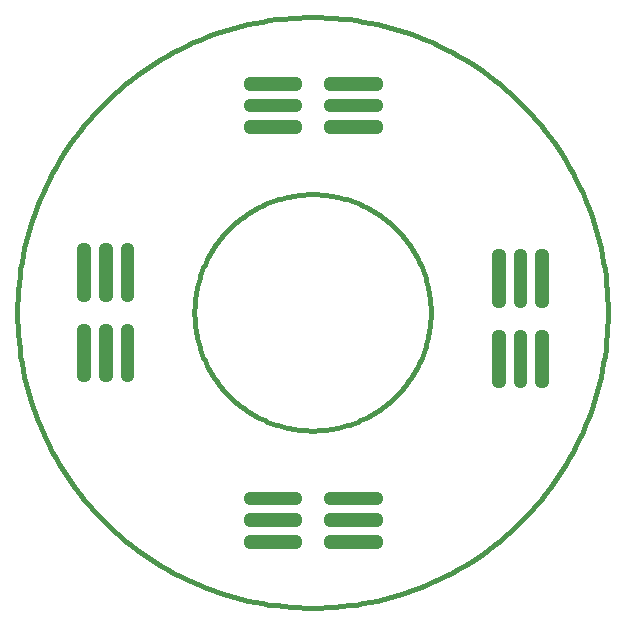
<source format=gtp>
G75*
%MOIN*%
%OFA0B0*%
%FSLAX25Y25*%
%IPPOS*%
%LPD*%
%AMOC8*
5,1,8,0,0,1.08239X$1,22.5*
%
%ADD10C,0.01600*%
%ADD11C,0.03780*%
D10*
X0060855Y0100225D02*
X0060867Y0101191D01*
X0060902Y0102157D01*
X0060962Y0103121D01*
X0061045Y0104084D01*
X0061151Y0105044D01*
X0061281Y0106002D01*
X0061435Y0106956D01*
X0061611Y0107906D01*
X0061812Y0108851D01*
X0062035Y0109791D01*
X0062281Y0110725D01*
X0062550Y0111654D01*
X0062842Y0112575D01*
X0063156Y0113488D01*
X0063493Y0114394D01*
X0063852Y0115291D01*
X0064233Y0116179D01*
X0064635Y0117058D01*
X0065059Y0117926D01*
X0065504Y0118784D01*
X0065970Y0119630D01*
X0066456Y0120465D01*
X0066963Y0121288D01*
X0067490Y0122098D01*
X0068037Y0122895D01*
X0068603Y0123678D01*
X0069188Y0124447D01*
X0069792Y0125201D01*
X0070414Y0125940D01*
X0071054Y0126664D01*
X0071711Y0127372D01*
X0072386Y0128064D01*
X0073078Y0128739D01*
X0073786Y0129396D01*
X0074510Y0130036D01*
X0075249Y0130658D01*
X0076003Y0131262D01*
X0076772Y0131847D01*
X0077555Y0132413D01*
X0078352Y0132960D01*
X0079162Y0133487D01*
X0079985Y0133994D01*
X0080820Y0134480D01*
X0081666Y0134946D01*
X0082524Y0135391D01*
X0083392Y0135815D01*
X0084271Y0136217D01*
X0085159Y0136598D01*
X0086056Y0136957D01*
X0086962Y0137294D01*
X0087875Y0137608D01*
X0088796Y0137900D01*
X0089725Y0138169D01*
X0090659Y0138415D01*
X0091599Y0138638D01*
X0092544Y0138839D01*
X0093494Y0139015D01*
X0094448Y0139169D01*
X0095406Y0139299D01*
X0096366Y0139405D01*
X0097329Y0139488D01*
X0098293Y0139548D01*
X0099259Y0139583D01*
X0100225Y0139595D01*
X0101191Y0139583D01*
X0102157Y0139548D01*
X0103121Y0139488D01*
X0104084Y0139405D01*
X0105044Y0139299D01*
X0106002Y0139169D01*
X0106956Y0139015D01*
X0107906Y0138839D01*
X0108851Y0138638D01*
X0109791Y0138415D01*
X0110725Y0138169D01*
X0111654Y0137900D01*
X0112575Y0137608D01*
X0113488Y0137294D01*
X0114394Y0136957D01*
X0115291Y0136598D01*
X0116179Y0136217D01*
X0117058Y0135815D01*
X0117926Y0135391D01*
X0118784Y0134946D01*
X0119630Y0134480D01*
X0120465Y0133994D01*
X0121288Y0133487D01*
X0122098Y0132960D01*
X0122895Y0132413D01*
X0123678Y0131847D01*
X0124447Y0131262D01*
X0125201Y0130658D01*
X0125940Y0130036D01*
X0126664Y0129396D01*
X0127372Y0128739D01*
X0128064Y0128064D01*
X0128739Y0127372D01*
X0129396Y0126664D01*
X0130036Y0125940D01*
X0130658Y0125201D01*
X0131262Y0124447D01*
X0131847Y0123678D01*
X0132413Y0122895D01*
X0132960Y0122098D01*
X0133487Y0121288D01*
X0133994Y0120465D01*
X0134480Y0119630D01*
X0134946Y0118784D01*
X0135391Y0117926D01*
X0135815Y0117058D01*
X0136217Y0116179D01*
X0136598Y0115291D01*
X0136957Y0114394D01*
X0137294Y0113488D01*
X0137608Y0112575D01*
X0137900Y0111654D01*
X0138169Y0110725D01*
X0138415Y0109791D01*
X0138638Y0108851D01*
X0138839Y0107906D01*
X0139015Y0106956D01*
X0139169Y0106002D01*
X0139299Y0105044D01*
X0139405Y0104084D01*
X0139488Y0103121D01*
X0139548Y0102157D01*
X0139583Y0101191D01*
X0139595Y0100225D01*
X0139583Y0099259D01*
X0139548Y0098293D01*
X0139488Y0097329D01*
X0139405Y0096366D01*
X0139299Y0095406D01*
X0139169Y0094448D01*
X0139015Y0093494D01*
X0138839Y0092544D01*
X0138638Y0091599D01*
X0138415Y0090659D01*
X0138169Y0089725D01*
X0137900Y0088796D01*
X0137608Y0087875D01*
X0137294Y0086962D01*
X0136957Y0086056D01*
X0136598Y0085159D01*
X0136217Y0084271D01*
X0135815Y0083392D01*
X0135391Y0082524D01*
X0134946Y0081666D01*
X0134480Y0080820D01*
X0133994Y0079985D01*
X0133487Y0079162D01*
X0132960Y0078352D01*
X0132413Y0077555D01*
X0131847Y0076772D01*
X0131262Y0076003D01*
X0130658Y0075249D01*
X0130036Y0074510D01*
X0129396Y0073786D01*
X0128739Y0073078D01*
X0128064Y0072386D01*
X0127372Y0071711D01*
X0126664Y0071054D01*
X0125940Y0070414D01*
X0125201Y0069792D01*
X0124447Y0069188D01*
X0123678Y0068603D01*
X0122895Y0068037D01*
X0122098Y0067490D01*
X0121288Y0066963D01*
X0120465Y0066456D01*
X0119630Y0065970D01*
X0118784Y0065504D01*
X0117926Y0065059D01*
X0117058Y0064635D01*
X0116179Y0064233D01*
X0115291Y0063852D01*
X0114394Y0063493D01*
X0113488Y0063156D01*
X0112575Y0062842D01*
X0111654Y0062550D01*
X0110725Y0062281D01*
X0109791Y0062035D01*
X0108851Y0061812D01*
X0107906Y0061611D01*
X0106956Y0061435D01*
X0106002Y0061281D01*
X0105044Y0061151D01*
X0104084Y0061045D01*
X0103121Y0060962D01*
X0102157Y0060902D01*
X0101191Y0060867D01*
X0100225Y0060855D01*
X0099259Y0060867D01*
X0098293Y0060902D01*
X0097329Y0060962D01*
X0096366Y0061045D01*
X0095406Y0061151D01*
X0094448Y0061281D01*
X0093494Y0061435D01*
X0092544Y0061611D01*
X0091599Y0061812D01*
X0090659Y0062035D01*
X0089725Y0062281D01*
X0088796Y0062550D01*
X0087875Y0062842D01*
X0086962Y0063156D01*
X0086056Y0063493D01*
X0085159Y0063852D01*
X0084271Y0064233D01*
X0083392Y0064635D01*
X0082524Y0065059D01*
X0081666Y0065504D01*
X0080820Y0065970D01*
X0079985Y0066456D01*
X0079162Y0066963D01*
X0078352Y0067490D01*
X0077555Y0068037D01*
X0076772Y0068603D01*
X0076003Y0069188D01*
X0075249Y0069792D01*
X0074510Y0070414D01*
X0073786Y0071054D01*
X0073078Y0071711D01*
X0072386Y0072386D01*
X0071711Y0073078D01*
X0071054Y0073786D01*
X0070414Y0074510D01*
X0069792Y0075249D01*
X0069188Y0076003D01*
X0068603Y0076772D01*
X0068037Y0077555D01*
X0067490Y0078352D01*
X0066963Y0079162D01*
X0066456Y0079985D01*
X0065970Y0080820D01*
X0065504Y0081666D01*
X0065059Y0082524D01*
X0064635Y0083392D01*
X0064233Y0084271D01*
X0063852Y0085159D01*
X0063493Y0086056D01*
X0063156Y0086962D01*
X0062842Y0087875D01*
X0062550Y0088796D01*
X0062281Y0089725D01*
X0062035Y0090659D01*
X0061812Y0091599D01*
X0061611Y0092544D01*
X0061435Y0093494D01*
X0061281Y0094448D01*
X0061151Y0095406D01*
X0061045Y0096366D01*
X0060962Y0097329D01*
X0060902Y0098293D01*
X0060867Y0099259D01*
X0060855Y0100225D01*
X0001800Y0100225D02*
X0001830Y0102640D01*
X0001919Y0105054D01*
X0002067Y0107466D01*
X0002274Y0109872D01*
X0002540Y0112273D01*
X0002865Y0114667D01*
X0003249Y0117052D01*
X0003691Y0119427D01*
X0004192Y0121790D01*
X0004750Y0124140D01*
X0005365Y0126476D01*
X0006038Y0128796D01*
X0006768Y0131099D01*
X0007554Y0133383D01*
X0008395Y0135648D01*
X0009292Y0137891D01*
X0010244Y0140111D01*
X0011250Y0142307D01*
X0012309Y0144478D01*
X0013422Y0146622D01*
X0014587Y0148739D01*
X0015803Y0150826D01*
X0017070Y0152882D01*
X0018388Y0154907D01*
X0019754Y0156899D01*
X0021169Y0158857D01*
X0022632Y0160779D01*
X0024141Y0162665D01*
X0025697Y0164514D01*
X0027297Y0166323D01*
X0028941Y0168093D01*
X0030628Y0169822D01*
X0032357Y0171509D01*
X0034127Y0173153D01*
X0035936Y0174753D01*
X0037785Y0176309D01*
X0039671Y0177818D01*
X0041593Y0179281D01*
X0043551Y0180696D01*
X0045543Y0182062D01*
X0047568Y0183380D01*
X0049624Y0184647D01*
X0051711Y0185863D01*
X0053828Y0187028D01*
X0055972Y0188141D01*
X0058143Y0189200D01*
X0060339Y0190206D01*
X0062559Y0191158D01*
X0064802Y0192055D01*
X0067067Y0192896D01*
X0069351Y0193682D01*
X0071654Y0194412D01*
X0073974Y0195085D01*
X0076310Y0195700D01*
X0078660Y0196258D01*
X0081023Y0196759D01*
X0083398Y0197201D01*
X0085783Y0197585D01*
X0088177Y0197910D01*
X0090578Y0198176D01*
X0092984Y0198383D01*
X0095396Y0198531D01*
X0097810Y0198620D01*
X0100225Y0198650D01*
X0102640Y0198620D01*
X0105054Y0198531D01*
X0107466Y0198383D01*
X0109872Y0198176D01*
X0112273Y0197910D01*
X0114667Y0197585D01*
X0117052Y0197201D01*
X0119427Y0196759D01*
X0121790Y0196258D01*
X0124140Y0195700D01*
X0126476Y0195085D01*
X0128796Y0194412D01*
X0131099Y0193682D01*
X0133383Y0192896D01*
X0135648Y0192055D01*
X0137891Y0191158D01*
X0140111Y0190206D01*
X0142307Y0189200D01*
X0144478Y0188141D01*
X0146622Y0187028D01*
X0148739Y0185863D01*
X0150826Y0184647D01*
X0152882Y0183380D01*
X0154907Y0182062D01*
X0156899Y0180696D01*
X0158857Y0179281D01*
X0160779Y0177818D01*
X0162665Y0176309D01*
X0164514Y0174753D01*
X0166323Y0173153D01*
X0168093Y0171509D01*
X0169822Y0169822D01*
X0171509Y0168093D01*
X0173153Y0166323D01*
X0174753Y0164514D01*
X0176309Y0162665D01*
X0177818Y0160779D01*
X0179281Y0158857D01*
X0180696Y0156899D01*
X0182062Y0154907D01*
X0183380Y0152882D01*
X0184647Y0150826D01*
X0185863Y0148739D01*
X0187028Y0146622D01*
X0188141Y0144478D01*
X0189200Y0142307D01*
X0190206Y0140111D01*
X0191158Y0137891D01*
X0192055Y0135648D01*
X0192896Y0133383D01*
X0193682Y0131099D01*
X0194412Y0128796D01*
X0195085Y0126476D01*
X0195700Y0124140D01*
X0196258Y0121790D01*
X0196759Y0119427D01*
X0197201Y0117052D01*
X0197585Y0114667D01*
X0197910Y0112273D01*
X0198176Y0109872D01*
X0198383Y0107466D01*
X0198531Y0105054D01*
X0198620Y0102640D01*
X0198650Y0100225D01*
X0198620Y0097810D01*
X0198531Y0095396D01*
X0198383Y0092984D01*
X0198176Y0090578D01*
X0197910Y0088177D01*
X0197585Y0085783D01*
X0197201Y0083398D01*
X0196759Y0081023D01*
X0196258Y0078660D01*
X0195700Y0076310D01*
X0195085Y0073974D01*
X0194412Y0071654D01*
X0193682Y0069351D01*
X0192896Y0067067D01*
X0192055Y0064802D01*
X0191158Y0062559D01*
X0190206Y0060339D01*
X0189200Y0058143D01*
X0188141Y0055972D01*
X0187028Y0053828D01*
X0185863Y0051711D01*
X0184647Y0049624D01*
X0183380Y0047568D01*
X0182062Y0045543D01*
X0180696Y0043551D01*
X0179281Y0041593D01*
X0177818Y0039671D01*
X0176309Y0037785D01*
X0174753Y0035936D01*
X0173153Y0034127D01*
X0171509Y0032357D01*
X0169822Y0030628D01*
X0168093Y0028941D01*
X0166323Y0027297D01*
X0164514Y0025697D01*
X0162665Y0024141D01*
X0160779Y0022632D01*
X0158857Y0021169D01*
X0156899Y0019754D01*
X0154907Y0018388D01*
X0152882Y0017070D01*
X0150826Y0015803D01*
X0148739Y0014587D01*
X0146622Y0013422D01*
X0144478Y0012309D01*
X0142307Y0011250D01*
X0140111Y0010244D01*
X0137891Y0009292D01*
X0135648Y0008395D01*
X0133383Y0007554D01*
X0131099Y0006768D01*
X0128796Y0006038D01*
X0126476Y0005365D01*
X0124140Y0004750D01*
X0121790Y0004192D01*
X0119427Y0003691D01*
X0117052Y0003249D01*
X0114667Y0002865D01*
X0112273Y0002540D01*
X0109872Y0002274D01*
X0107466Y0002067D01*
X0105054Y0001919D01*
X0102640Y0001830D01*
X0100225Y0001800D01*
X0097810Y0001830D01*
X0095396Y0001919D01*
X0092984Y0002067D01*
X0090578Y0002274D01*
X0088177Y0002540D01*
X0085783Y0002865D01*
X0083398Y0003249D01*
X0081023Y0003691D01*
X0078660Y0004192D01*
X0076310Y0004750D01*
X0073974Y0005365D01*
X0071654Y0006038D01*
X0069351Y0006768D01*
X0067067Y0007554D01*
X0064802Y0008395D01*
X0062559Y0009292D01*
X0060339Y0010244D01*
X0058143Y0011250D01*
X0055972Y0012309D01*
X0053828Y0013422D01*
X0051711Y0014587D01*
X0049624Y0015803D01*
X0047568Y0017070D01*
X0045543Y0018388D01*
X0043551Y0019754D01*
X0041593Y0021169D01*
X0039671Y0022632D01*
X0037785Y0024141D01*
X0035936Y0025697D01*
X0034127Y0027297D01*
X0032357Y0028941D01*
X0030628Y0030628D01*
X0028941Y0032357D01*
X0027297Y0034127D01*
X0025697Y0035936D01*
X0024141Y0037785D01*
X0022632Y0039671D01*
X0021169Y0041593D01*
X0019754Y0043551D01*
X0018388Y0045543D01*
X0017070Y0047568D01*
X0015803Y0049624D01*
X0014587Y0051711D01*
X0013422Y0053828D01*
X0012309Y0055972D01*
X0011250Y0058143D01*
X0010244Y0060339D01*
X0009292Y0062559D01*
X0008395Y0064802D01*
X0007554Y0067067D01*
X0006768Y0069351D01*
X0006038Y0071654D01*
X0005365Y0073974D01*
X0004750Y0076310D01*
X0004192Y0078660D01*
X0003691Y0081023D01*
X0003249Y0083398D01*
X0002865Y0085783D01*
X0002540Y0088177D01*
X0002274Y0090578D01*
X0002067Y0092984D01*
X0001919Y0095396D01*
X0001830Y0097810D01*
X0001800Y0100225D01*
D11*
X0024280Y0094791D02*
X0024280Y0078887D01*
X0023336Y0078887D01*
X0023336Y0094791D01*
X0024280Y0094791D01*
X0024280Y0082666D02*
X0023336Y0082666D01*
X0023336Y0086445D02*
X0024280Y0086445D01*
X0024280Y0090224D02*
X0023336Y0090224D01*
X0023336Y0094003D02*
X0024280Y0094003D01*
X0031563Y0094791D02*
X0031563Y0078887D01*
X0030619Y0078887D01*
X0030619Y0094791D01*
X0031563Y0094791D01*
X0031563Y0082666D02*
X0030619Y0082666D01*
X0030619Y0086445D02*
X0031563Y0086445D01*
X0031563Y0090224D02*
X0030619Y0090224D01*
X0030619Y0094003D02*
X0031563Y0094003D01*
X0038847Y0094791D02*
X0038847Y0078887D01*
X0037903Y0078887D01*
X0037903Y0094791D01*
X0038847Y0094791D01*
X0038847Y0082666D02*
X0037903Y0082666D01*
X0037903Y0086445D02*
X0038847Y0086445D01*
X0038847Y0090224D02*
X0037903Y0090224D01*
X0037903Y0094003D02*
X0038847Y0094003D01*
X0038847Y0105659D02*
X0038847Y0121563D01*
X0038847Y0105659D02*
X0037903Y0105659D01*
X0037903Y0121563D01*
X0038847Y0121563D01*
X0038847Y0109438D02*
X0037903Y0109438D01*
X0037903Y0113217D02*
X0038847Y0113217D01*
X0038847Y0116996D02*
X0037903Y0116996D01*
X0037903Y0120775D02*
X0038847Y0120775D01*
X0031563Y0121563D02*
X0031563Y0105659D01*
X0030619Y0105659D01*
X0030619Y0121563D01*
X0031563Y0121563D01*
X0031563Y0109438D02*
X0030619Y0109438D01*
X0030619Y0113217D02*
X0031563Y0113217D01*
X0031563Y0116996D02*
X0030619Y0116996D01*
X0030619Y0120775D02*
X0031563Y0120775D01*
X0024280Y0121563D02*
X0024280Y0105659D01*
X0023336Y0105659D01*
X0023336Y0121563D01*
X0024280Y0121563D01*
X0024280Y0109438D02*
X0023336Y0109438D01*
X0023336Y0113217D02*
X0024280Y0113217D01*
X0024280Y0116996D02*
X0023336Y0116996D01*
X0023336Y0120775D02*
X0024280Y0120775D01*
X0078887Y0161604D02*
X0094791Y0161604D01*
X0078887Y0161604D02*
X0078887Y0162548D01*
X0094791Y0162548D01*
X0094791Y0161604D01*
X0094791Y0168887D02*
X0078887Y0168887D01*
X0078887Y0169831D01*
X0094791Y0169831D01*
X0094791Y0168887D01*
X0094791Y0176171D02*
X0078887Y0176171D01*
X0078887Y0177115D01*
X0094791Y0177115D01*
X0094791Y0176171D01*
X0105659Y0176171D02*
X0121563Y0176171D01*
X0105659Y0176171D02*
X0105659Y0177115D01*
X0121563Y0177115D01*
X0121563Y0176171D01*
X0121563Y0168887D02*
X0105659Y0168887D01*
X0105659Y0169831D01*
X0121563Y0169831D01*
X0121563Y0168887D01*
X0121563Y0161604D02*
X0105659Y0161604D01*
X0105659Y0162548D01*
X0121563Y0162548D01*
X0121563Y0161604D01*
X0161604Y0119595D02*
X0161604Y0103691D01*
X0161604Y0119595D02*
X0162548Y0119595D01*
X0162548Y0103691D01*
X0161604Y0103691D01*
X0161604Y0107470D02*
X0162548Y0107470D01*
X0162548Y0111249D02*
X0161604Y0111249D01*
X0161604Y0115028D02*
X0162548Y0115028D01*
X0162548Y0118807D02*
X0161604Y0118807D01*
X0168887Y0119595D02*
X0168887Y0103691D01*
X0168887Y0119595D02*
X0169831Y0119595D01*
X0169831Y0103691D01*
X0168887Y0103691D01*
X0168887Y0107470D02*
X0169831Y0107470D01*
X0169831Y0111249D02*
X0168887Y0111249D01*
X0168887Y0115028D02*
X0169831Y0115028D01*
X0169831Y0118807D02*
X0168887Y0118807D01*
X0176171Y0119595D02*
X0176171Y0103691D01*
X0176171Y0119595D02*
X0177115Y0119595D01*
X0177115Y0103691D01*
X0176171Y0103691D01*
X0176171Y0107470D02*
X0177115Y0107470D01*
X0177115Y0111249D02*
X0176171Y0111249D01*
X0176171Y0115028D02*
X0177115Y0115028D01*
X0177115Y0118807D02*
X0176171Y0118807D01*
X0176171Y0092823D02*
X0176171Y0076919D01*
X0176171Y0092823D02*
X0177115Y0092823D01*
X0177115Y0076919D01*
X0176171Y0076919D01*
X0176171Y0080698D02*
X0177115Y0080698D01*
X0177115Y0084477D02*
X0176171Y0084477D01*
X0176171Y0088256D02*
X0177115Y0088256D01*
X0177115Y0092035D02*
X0176171Y0092035D01*
X0168887Y0092823D02*
X0168887Y0076919D01*
X0168887Y0092823D02*
X0169831Y0092823D01*
X0169831Y0076919D01*
X0168887Y0076919D01*
X0168887Y0080698D02*
X0169831Y0080698D01*
X0169831Y0084477D02*
X0168887Y0084477D01*
X0168887Y0088256D02*
X0169831Y0088256D01*
X0169831Y0092035D02*
X0168887Y0092035D01*
X0161604Y0092823D02*
X0161604Y0076919D01*
X0161604Y0092823D02*
X0162548Y0092823D01*
X0162548Y0076919D01*
X0161604Y0076919D01*
X0161604Y0080698D02*
X0162548Y0080698D01*
X0162548Y0084477D02*
X0161604Y0084477D01*
X0161604Y0088256D02*
X0162548Y0088256D01*
X0162548Y0092035D02*
X0161604Y0092035D01*
X0121563Y0038847D02*
X0105659Y0038847D01*
X0121563Y0038847D02*
X0121563Y0037903D01*
X0105659Y0037903D01*
X0105659Y0038847D01*
X0105659Y0031563D02*
X0121563Y0031563D01*
X0121563Y0030619D01*
X0105659Y0030619D01*
X0105659Y0031563D01*
X0105659Y0024280D02*
X0121563Y0024280D01*
X0121563Y0023336D01*
X0105659Y0023336D01*
X0105659Y0024280D01*
X0094791Y0024280D02*
X0078887Y0024280D01*
X0094791Y0024280D02*
X0094791Y0023336D01*
X0078887Y0023336D01*
X0078887Y0024280D01*
X0078887Y0031563D02*
X0094791Y0031563D01*
X0094791Y0030619D01*
X0078887Y0030619D01*
X0078887Y0031563D01*
X0078887Y0038847D02*
X0094791Y0038847D01*
X0094791Y0037903D01*
X0078887Y0037903D01*
X0078887Y0038847D01*
M02*

</source>
